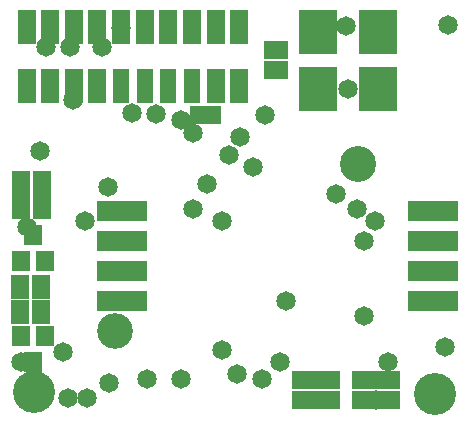
<source format=gbr>
%FSLAX23Y23*%
%MOIN*%
G04 EasyPC Gerber Version 13.0.2 Build 2807 *
%ADD11R,0.05500X0.06000*%
%ADD70R,0.05700X0.11500*%
%ADD17R,0.06000X0.06800*%
%ADD18R,0.06000X0.08000*%
%ADD19R,0.06300X0.11500*%
%ADD16R,0.13000X0.15000*%
%ADD71C,0.06500*%
%ADD14C,0.11900*%
%ADD13C,0.12000*%
%ADD10C,0.14000*%
%ADD15R,0.08000X0.06000*%
%ADD12R,0.17000X0.07000*%
X0Y0D02*
D02*
D10*
X17335Y17420D03*
X18670Y17415D03*
D02*
D11*
X17880Y18345D03*
X17930D03*
D02*
D12*
X17628Y17725D03*
Y17825D03*
Y17925D03*
Y18025D03*
X18665Y17725D03*
Y17825D03*
Y17925D03*
Y18025D03*
D02*
D13*
X18414Y18182D03*
D02*
D14*
X17602Y17625D03*
D02*
D15*
X18141Y18493D03*
Y18562D03*
X18234Y17393D03*
Y17462D03*
X18314Y17393D03*
Y17462D03*
X18434Y17393D03*
Y17462D03*
X18514Y17393D03*
Y17462D03*
D02*
D16*
X18280Y18430D03*
Y18620D03*
X18480Y18430D03*
Y18620D03*
D02*
D17*
X17290Y17608D03*
Y17857D03*
X17330Y17521D03*
Y17944D03*
X17370Y17608D03*
Y17857D03*
D02*
D18*
X17288Y17689D03*
X17288Y17770D03*
X17291Y18038D03*
Y18118D03*
X17357Y17689D03*
X17357Y17770D03*
X17360Y18038D03*
Y18118D03*
D02*
D19*
X17309Y18440D03*
Y18637D03*
X17387Y18440D03*
Y18637D03*
X17466Y18440D03*
Y18637D03*
X17545Y18440D03*
Y18637D03*
X17624D03*
X17702D03*
X17781D03*
X17860D03*
X17939Y18440D03*
Y18637D03*
X18017Y18440D03*
Y18637D03*
D02*
D70*
X17624Y18440D03*
X17702D03*
X17781D03*
X17860D03*
D02*
D71*
X17290Y17520D03*
X17310Y17970D03*
X17355Y18225D03*
X17375Y18570D03*
X17430Y17555D03*
X17448Y17402D03*
X17455Y18570D03*
X17465Y18395D03*
X17505Y17990D03*
X17510Y17400D03*
X17560Y18570D03*
X17580Y18105D03*
X17585Y17450D03*
X17625Y18635D03*
X17660Y18350D03*
X17710Y17465D03*
X17741Y18347D03*
X17823Y17465D03*
Y18327D03*
X17865Y18030D03*
Y18285D03*
X17910Y18115D03*
X17960Y17560D03*
Y17990D03*
X17985Y18210D03*
X18010Y17480D03*
X18020Y18270D03*
X18065Y18170D03*
X18095Y17465D03*
X18105Y18345D03*
X18155Y17520D03*
X18175Y17725D03*
X18340Y18080D03*
X18375Y18640D03*
X18380Y18430D03*
X18410Y18030D03*
X18435Y17675D03*
Y17925D03*
X18470Y17990D03*
X18475Y17395D03*
X18515Y17520D03*
X18705Y17570D03*
X18715Y18645D03*
X0Y0D02*
M02*

</source>
